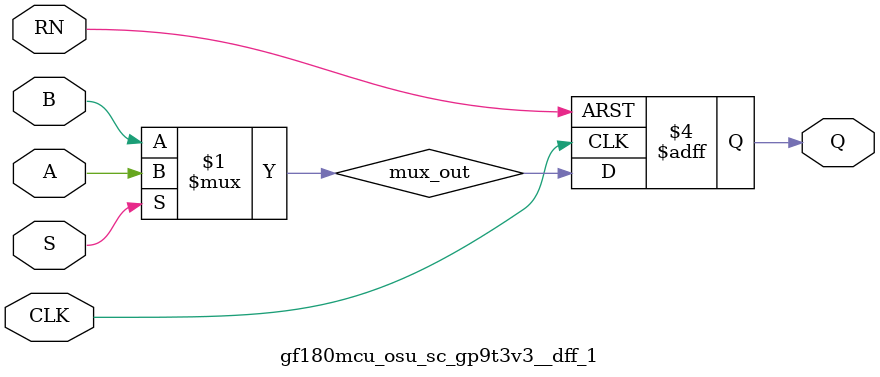
<source format=v>
`timescale 1ns/10ps
`celldefine
module gf180mcu_osu_sc_gp9t3v3__dff_1 (A, B, S, Q, RN, CLK);
	output reg Q;
	input A, B, S, RN, CLK;

	// Function
	wire mux_out;

    assign mux_out = S ? A : B;
    always @(posedge CLK, negedge RN) begin
        if (RN == 1'b0) Q <= 1'b0;
        else Q <= mux_out;
    end
    
    /*
	// Timing
	specify
		(posedge CLK => (Q+:D)) = 0;
		(posedge CLK => (QN-:D)) = 0;
		$setuphold (posedge CLK, posedge D, 0, 0, notifier,,, delayed_CLK, delayed_D);
		$setuphold (posedge CLK, negedge D, 0, 0, notifier,,, delayed_CLK, delayed_D);
		$width (posedge CLK &&& D, 0, 0, notifier);
		$width (negedge CLK &&& D, 0, 0, notifier);
		$width (posedge CLK &&& ~D, 0, 0, notifier);
		$width (negedge CLK &&& ~D, 0, 0, notifier);
	endspecify
    */
endmodule
`endcelldefine
</source>
